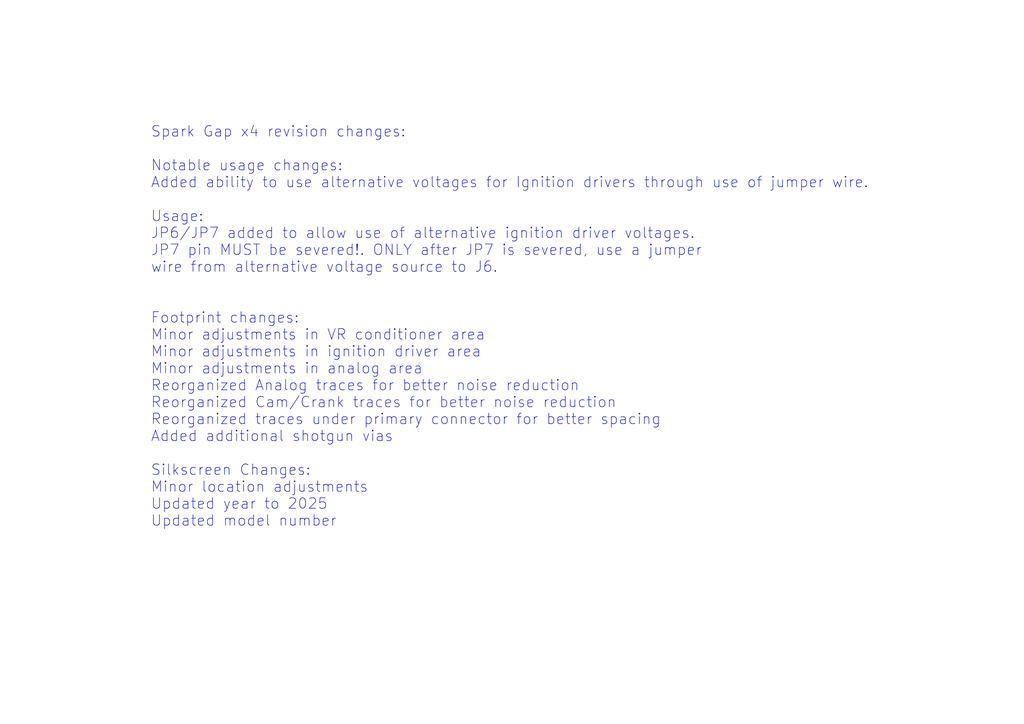
<source format=kicad_sch>
(kicad_sch
	(version 20250114)
	(generator "eeschema")
	(generator_version "9.0")
	(uuid "2da078b4-2e54-4973-b2ea-8b5db1483636")
	(paper "A4")
	(title_block
		(title "Spark Gap x4")
		(date "2025-05-18")
		(rev "C")
		(company "OpenLogicEFI")
		(comment 1 "openlogicefi.com")
	)
	(lib_symbols)
	(text "Spark Gap x4 revision changes:\n\nNotable usage changes:\nAdded ability to use alternative voltages for Ignition drivers through use of jumper wire.\n\nUsage:\nJP6/JP7 added to allow use of alternative ignition driver voltages.\nJP7 pin MUST be severed!. ONLY after JP7 is severed, use a jumper \nwire from alternative voltage source to J6. \n\n\nFootprint changes:\nMinor adjustments in VR conditioner area\nMinor adjustments in ignition driver area\nMinor adjustments in analog area\nReorganized Analog traces for better noise reduction\nReorganized Cam/Crank traces for better noise reduction\nReorganized traces under primary connector for better spacing\nAdded additional shotgun vias \n\nSilkscreen Changes:\nMinor location adjustments\nUpdated year to 2025\nUpdated model number\n"
		(exclude_from_sim no)
		(at 43.688 94.742 0)
		(effects
			(font
				(size 3.048 3.048)
			)
			(justify left)
		)
		(uuid "30bc8c5d-0b45-4e78-83e9-79553a47d59b")
	)
)

</source>
